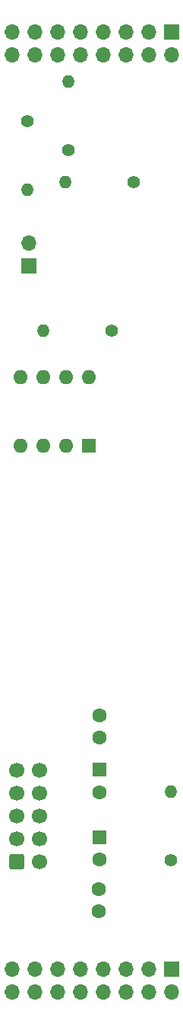
<source format=gts>
%TF.GenerationSoftware,KiCad,Pcbnew,(6.0.1)*%
%TF.CreationDate,2022-10-13T17:59:12-04:00*%
%TF.ProjectId,SYNTH-MIXER4-01-DB,53594e54-482d-44d4-9958-4552342d3031,1*%
%TF.SameCoordinates,Original*%
%TF.FileFunction,Soldermask,Top*%
%TF.FilePolarity,Negative*%
%FSLAX46Y46*%
G04 Gerber Fmt 4.6, Leading zero omitted, Abs format (unit mm)*
G04 Created by KiCad (PCBNEW (6.0.1)) date 2022-10-13 17:59:12*
%MOMM*%
%LPD*%
G01*
G04 APERTURE LIST*
G04 Aperture macros list*
%AMRoundRect*
0 Rectangle with rounded corners*
0 $1 Rounding radius*
0 $2 $3 $4 $5 $6 $7 $8 $9 X,Y pos of 4 corners*
0 Add a 4 corners polygon primitive as box body*
4,1,4,$2,$3,$4,$5,$6,$7,$8,$9,$2,$3,0*
0 Add four circle primitives for the rounded corners*
1,1,$1+$1,$2,$3*
1,1,$1+$1,$4,$5*
1,1,$1+$1,$6,$7*
1,1,$1+$1,$8,$9*
0 Add four rect primitives between the rounded corners*
20,1,$1+$1,$2,$3,$4,$5,0*
20,1,$1+$1,$4,$5,$6,$7,0*
20,1,$1+$1,$6,$7,$8,$9,0*
20,1,$1+$1,$8,$9,$2,$3,0*%
G04 Aperture macros list end*
%ADD10R,1.700000X1.700000*%
%ADD11O,1.700000X1.700000*%
%ADD12RoundRect,0.250000X-0.600000X-0.600000X0.600000X-0.600000X0.600000X0.600000X-0.600000X0.600000X0*%
%ADD13C,1.700000*%
%ADD14C,1.400000*%
%ADD15O,1.400000X1.400000*%
%ADD16R,1.600000X1.600000*%
%ADD17C,1.600000*%
%ADD18O,1.600000X1.600000*%
G04 APERTURE END LIST*
D10*
%TO.C,J11*%
X24028400Y-115443000D03*
D11*
X24028400Y-117983000D03*
X21488400Y-115443000D03*
X21488400Y-117983000D03*
X18948400Y-115443000D03*
X18948400Y-117983000D03*
X16408400Y-115443000D03*
X16408400Y-117983000D03*
X13868400Y-115443000D03*
X13868400Y-117983000D03*
X11328400Y-115443000D03*
X11328400Y-117983000D03*
X8788400Y-115443000D03*
X8788400Y-117983000D03*
X6248400Y-115443000D03*
X6248400Y-117983000D03*
%TD*%
D10*
%TO.C,J10*%
X24028400Y-11277600D03*
D11*
X24028400Y-13817600D03*
X21488400Y-11277600D03*
X21488400Y-13817600D03*
X18948400Y-11277600D03*
X18948400Y-13817600D03*
X16408400Y-11277600D03*
X16408400Y-13817600D03*
X13868400Y-11277600D03*
X13868400Y-13817600D03*
X11328400Y-11277600D03*
X11328400Y-13817600D03*
X8788400Y-11277600D03*
X8788400Y-13817600D03*
X6248400Y-11277600D03*
X6248400Y-13817600D03*
%TD*%
D12*
%TO.C,J8*%
X6747500Y-103500000D03*
D13*
X9287500Y-103500000D03*
X6747500Y-100960000D03*
X9287500Y-100960000D03*
X6747500Y-98420000D03*
X9287500Y-98420000D03*
X6747500Y-95880000D03*
X9287500Y-95880000D03*
X6747500Y-93340000D03*
X9287500Y-93340000D03*
%TD*%
D14*
%TO.C,R1*%
X12500000Y-24409400D03*
D15*
X12500000Y-16789400D03*
%TD*%
D16*
%TO.C,C3*%
X16000000Y-93294888D03*
D17*
X16000000Y-95794888D03*
%TD*%
D16*
%TO.C,U1*%
X14800000Y-57300000D03*
D18*
X12260000Y-57300000D03*
X9720000Y-57300000D03*
X7180000Y-57300000D03*
X7180000Y-49680000D03*
X9720000Y-49680000D03*
X12260000Y-49680000D03*
X14800000Y-49680000D03*
%TD*%
D14*
%TO.C,R5*%
X24000000Y-103310000D03*
D15*
X24000000Y-95690000D03*
%TD*%
D17*
%TO.C,C1*%
X16000000Y-89750000D03*
X16000000Y-87250000D03*
%TD*%
D10*
%TO.C,J1*%
X8125000Y-37275000D03*
D11*
X8125000Y-34735000D03*
%TD*%
D17*
%TO.C,C2*%
X15951200Y-109047600D03*
X15951200Y-106547600D03*
%TD*%
D14*
%TO.C,R4*%
X17373600Y-44475400D03*
D15*
X9753600Y-44475400D03*
%TD*%
D14*
%TO.C,R3*%
X19810000Y-28000000D03*
D15*
X12190000Y-28000000D03*
%TD*%
D14*
%TO.C,R2*%
X7999999Y-21190001D03*
D15*
X7999999Y-28810001D03*
%TD*%
D16*
%TO.C,C4*%
X16000000Y-100794888D03*
D17*
X16000000Y-103294888D03*
%TD*%
M02*

</source>
